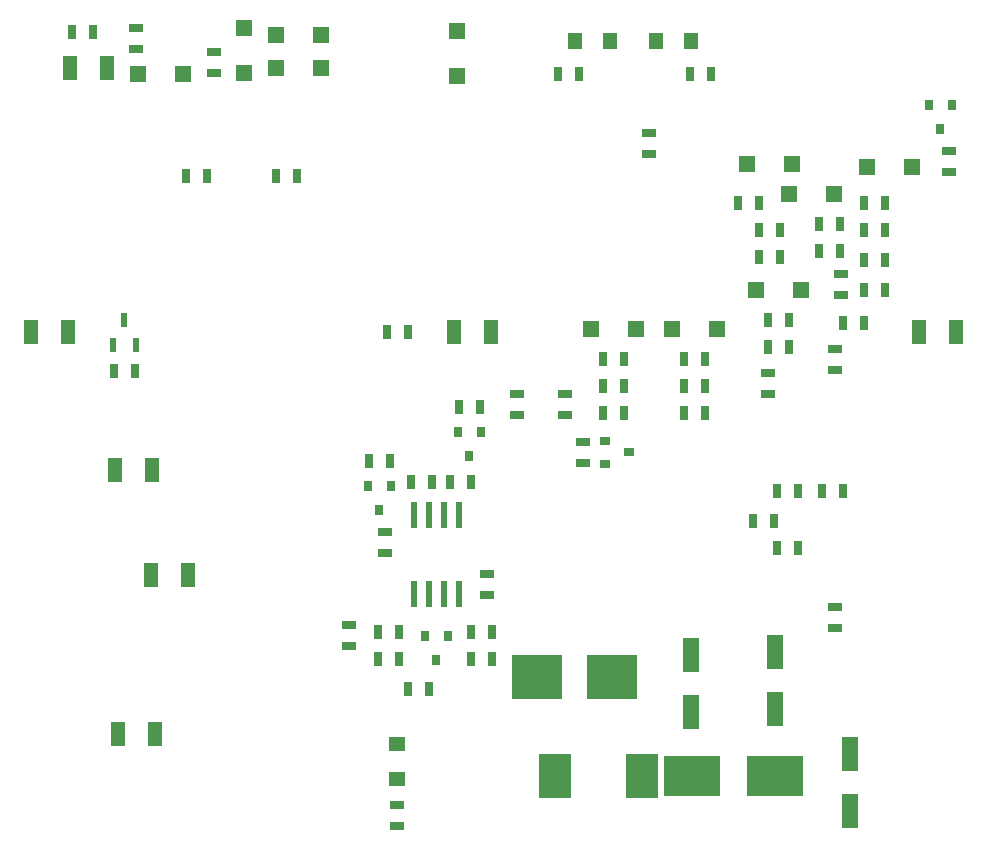
<source format=gtp>
G75*
%MOIN*%
%OFA0B0*%
%FSLAX25Y25*%
%IPPOS*%
%LPD*%
%AMOC8*
5,1,8,0,0,1.08239X$1,22.5*
%
%ADD10R,0.04724X0.07874*%
%ADD11R,0.03150X0.04724*%
%ADD12R,0.03150X0.03543*%
%ADD13R,0.05512X0.04724*%
%ADD14R,0.16700X0.15000*%
%ADD15R,0.02362X0.08661*%
%ADD16R,0.04724X0.03150*%
%ADD17R,0.04724X0.05512*%
%ADD18R,0.03543X0.03150*%
%ADD19R,0.05512X0.05512*%
%ADD20R,0.05512X0.11811*%
%ADD21R,0.11024X0.14961*%
%ADD22R,0.19011X0.13780*%
%ADD23R,0.02200X0.05000*%
D10*
X0059701Y0057000D03*
X0072299Y0057000D03*
X0070701Y0110000D03*
X0083299Y0110000D03*
X0071299Y0145000D03*
X0058701Y0145000D03*
X0043299Y0191000D03*
X0030701Y0191000D03*
X0043701Y0279000D03*
X0056299Y0279000D03*
X0171701Y0191000D03*
X0184299Y0191000D03*
X0326701Y0191000D03*
X0339299Y0191000D03*
D11*
X0315543Y0205000D03*
X0308457Y0205000D03*
X0308457Y0215000D03*
X0315543Y0215000D03*
X0315543Y0225000D03*
X0308457Y0225000D03*
X0300543Y0227000D03*
X0293457Y0227000D03*
X0293457Y0218000D03*
X0300543Y0218000D03*
X0308457Y0234000D03*
X0315543Y0234000D03*
X0280543Y0225000D03*
X0273457Y0225000D03*
X0273543Y0234000D03*
X0266457Y0234000D03*
X0273457Y0216000D03*
X0280543Y0216000D03*
X0283543Y0195000D03*
X0276457Y0195000D03*
X0276457Y0186000D03*
X0283543Y0186000D03*
X0301457Y0194000D03*
X0308543Y0194000D03*
X0255543Y0182000D03*
X0248457Y0182000D03*
X0248457Y0173000D03*
X0255543Y0173000D03*
X0255543Y0164000D03*
X0248457Y0164000D03*
X0228543Y0164000D03*
X0221457Y0164000D03*
X0221457Y0173000D03*
X0228543Y0173000D03*
X0228543Y0182000D03*
X0221457Y0182000D03*
X0180543Y0166000D03*
X0173457Y0166000D03*
X0150543Y0148000D03*
X0143457Y0148000D03*
X0157457Y0141000D03*
X0164543Y0141000D03*
X0170457Y0141000D03*
X0177543Y0141000D03*
X0177457Y0091000D03*
X0184543Y0091000D03*
X0184543Y0082000D03*
X0177457Y0082000D03*
X0163543Y0072000D03*
X0156457Y0072000D03*
X0153543Y0082000D03*
X0146457Y0082000D03*
X0146457Y0091000D03*
X0153543Y0091000D03*
X0065543Y0178000D03*
X0058457Y0178000D03*
X0082457Y0243000D03*
X0089543Y0243000D03*
X0112457Y0243000D03*
X0119543Y0243000D03*
X0149457Y0191000D03*
X0156543Y0191000D03*
X0206457Y0277000D03*
X0213543Y0277000D03*
X0250457Y0277000D03*
X0257543Y0277000D03*
X0279457Y0138000D03*
X0286543Y0138000D03*
X0294457Y0138000D03*
X0301543Y0138000D03*
X0286543Y0119000D03*
X0279457Y0119000D03*
X0278543Y0128000D03*
X0271457Y0128000D03*
X0051543Y0291000D03*
X0044457Y0291000D03*
D12*
X0173260Y0157937D03*
X0180740Y0157937D03*
X0177000Y0149669D03*
X0150740Y0139937D03*
X0143260Y0139937D03*
X0147000Y0131669D03*
X0162260Y0089937D03*
X0169740Y0089937D03*
X0166000Y0081669D03*
X0334000Y0258669D03*
X0330260Y0266937D03*
X0337740Y0266937D03*
D13*
X0153000Y0053906D03*
X0153000Y0042094D03*
D14*
X0199400Y0076000D03*
X0224500Y0076000D03*
D15*
X0173500Y0103890D03*
X0168500Y0103890D03*
X0163500Y0103890D03*
X0158500Y0103890D03*
X0158500Y0130110D03*
X0163500Y0130110D03*
X0168500Y0130110D03*
X0173500Y0130110D03*
D16*
X0183000Y0110543D03*
X0183000Y0103457D03*
X0149000Y0117457D03*
X0149000Y0124543D03*
X0137000Y0093543D03*
X0137000Y0086457D03*
X0153000Y0033543D03*
X0153000Y0026457D03*
X0215000Y0147457D03*
X0215000Y0154543D03*
X0209000Y0163457D03*
X0209000Y0170543D03*
X0193000Y0170543D03*
X0193000Y0163457D03*
X0276500Y0170457D03*
X0276500Y0177543D03*
X0299000Y0178457D03*
X0299000Y0185543D03*
X0301000Y0203457D03*
X0301000Y0210543D03*
X0337000Y0244457D03*
X0337000Y0251543D03*
X0237000Y0250457D03*
X0237000Y0257543D03*
X0092000Y0277457D03*
X0092000Y0284543D03*
X0066000Y0285457D03*
X0066000Y0292543D03*
X0299000Y0099543D03*
X0299000Y0092457D03*
D17*
X0250906Y0288000D03*
X0239094Y0288000D03*
X0223906Y0288000D03*
X0212094Y0288000D03*
D18*
X0222063Y0154740D03*
X0222063Y0147260D03*
X0230331Y0151000D03*
D19*
X0232480Y0192000D03*
X0244520Y0192000D03*
X0259480Y0192000D03*
X0272520Y0205000D03*
X0287480Y0205000D03*
X0283520Y0237000D03*
X0284480Y0247000D03*
X0269520Y0247000D03*
X0298480Y0237000D03*
X0309520Y0246000D03*
X0324480Y0246000D03*
X0217520Y0192000D03*
X0173000Y0276520D03*
X0173000Y0291480D03*
X0127480Y0290000D03*
X0127480Y0279000D03*
X0112520Y0279000D03*
X0102000Y0277520D03*
X0112520Y0290000D03*
X0102000Y0292480D03*
X0081480Y0277000D03*
X0066520Y0277000D03*
D20*
X0251000Y0083449D03*
X0251000Y0064551D03*
X0279000Y0065551D03*
X0279000Y0084449D03*
X0304000Y0050449D03*
X0304000Y0031551D03*
D21*
X0234567Y0043000D03*
X0205433Y0043000D03*
D22*
X0251173Y0043000D03*
X0278827Y0043000D03*
D23*
X0065700Y0186900D03*
X0058300Y0186900D03*
X0062000Y0195100D03*
M02*

</source>
